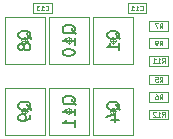
<source format=gbr>
%TF.GenerationSoftware,KiCad,Pcbnew,7.0.2-6a45011f42~172~ubuntu22.04.1*%
%TF.CreationDate,2023-05-29T23:07:21+12:00*%
%TF.ProjectId,THE_BRAWN-20A_POWER,5448455f-4252-4415-974e-2d3230415f50,v2.0*%
%TF.SameCoordinates,Original*%
%TF.FileFunction,AssemblyDrawing,Bot*%
%FSLAX46Y46*%
G04 Gerber Fmt 4.6, Leading zero omitted, Abs format (unit mm)*
G04 Created by KiCad (PCBNEW 7.0.2-6a45011f42~172~ubuntu22.04.1) date 2023-05-29 23:07:21*
%MOMM*%
%LPD*%
G01*
G04 APERTURE LIST*
%ADD10C,0.060000*%
%ADD11C,0.150000*%
%ADD12C,0.100000*%
G04 APERTURE END LIST*
D10*
%TO.C,R7*%
X151416666Y-155185047D02*
X151549999Y-154994571D01*
X151645237Y-155185047D02*
X151645237Y-154785047D01*
X151645237Y-154785047D02*
X151492856Y-154785047D01*
X151492856Y-154785047D02*
X151454761Y-154804095D01*
X151454761Y-154804095D02*
X151435714Y-154823142D01*
X151435714Y-154823142D02*
X151416666Y-154861238D01*
X151416666Y-154861238D02*
X151416666Y-154918380D01*
X151416666Y-154918380D02*
X151435714Y-154956476D01*
X151435714Y-154956476D02*
X151454761Y-154975523D01*
X151454761Y-154975523D02*
X151492856Y-154994571D01*
X151492856Y-154994571D02*
X151645237Y-154994571D01*
X151283333Y-154785047D02*
X151016666Y-154785047D01*
X151016666Y-154785047D02*
X151188095Y-155185047D01*
%TO.C,R12*%
X151607142Y-162685047D02*
X151740475Y-162494571D01*
X151835713Y-162685047D02*
X151835713Y-162285047D01*
X151835713Y-162285047D02*
X151683332Y-162285047D01*
X151683332Y-162285047D02*
X151645237Y-162304095D01*
X151645237Y-162304095D02*
X151626190Y-162323142D01*
X151626190Y-162323142D02*
X151607142Y-162361238D01*
X151607142Y-162361238D02*
X151607142Y-162418380D01*
X151607142Y-162418380D02*
X151626190Y-162456476D01*
X151626190Y-162456476D02*
X151645237Y-162475523D01*
X151645237Y-162475523D02*
X151683332Y-162494571D01*
X151683332Y-162494571D02*
X151835713Y-162494571D01*
X151226190Y-162685047D02*
X151454761Y-162685047D01*
X151340475Y-162685047D02*
X151340475Y-162285047D01*
X151340475Y-162285047D02*
X151378571Y-162342190D01*
X151378571Y-162342190D02*
X151416666Y-162380285D01*
X151416666Y-162380285D02*
X151454761Y-162399333D01*
X151073809Y-162323142D02*
X151054761Y-162304095D01*
X151054761Y-162304095D02*
X151016666Y-162285047D01*
X151016666Y-162285047D02*
X150921428Y-162285047D01*
X150921428Y-162285047D02*
X150883333Y-162304095D01*
X150883333Y-162304095D02*
X150864285Y-162323142D01*
X150864285Y-162323142D02*
X150845238Y-162361238D01*
X150845238Y-162361238D02*
X150845238Y-162399333D01*
X150845238Y-162399333D02*
X150864285Y-162456476D01*
X150864285Y-162456476D02*
X151092857Y-162685047D01*
X151092857Y-162685047D02*
X150845238Y-162685047D01*
%TO.C,R5*%
X151416666Y-159735047D02*
X151549999Y-159544571D01*
X151645237Y-159735047D02*
X151645237Y-159335047D01*
X151645237Y-159335047D02*
X151492856Y-159335047D01*
X151492856Y-159335047D02*
X151454761Y-159354095D01*
X151454761Y-159354095D02*
X151435714Y-159373142D01*
X151435714Y-159373142D02*
X151416666Y-159411238D01*
X151416666Y-159411238D02*
X151416666Y-159468380D01*
X151416666Y-159468380D02*
X151435714Y-159506476D01*
X151435714Y-159506476D02*
X151454761Y-159525523D01*
X151454761Y-159525523D02*
X151492856Y-159544571D01*
X151492856Y-159544571D02*
X151645237Y-159544571D01*
X151054761Y-159335047D02*
X151245237Y-159335047D01*
X151245237Y-159335047D02*
X151264285Y-159525523D01*
X151264285Y-159525523D02*
X151245237Y-159506476D01*
X151245237Y-159506476D02*
X151207142Y-159487428D01*
X151207142Y-159487428D02*
X151111904Y-159487428D01*
X151111904Y-159487428D02*
X151073809Y-159506476D01*
X151073809Y-159506476D02*
X151054761Y-159525523D01*
X151054761Y-159525523D02*
X151035714Y-159563619D01*
X151035714Y-159563619D02*
X151035714Y-159658857D01*
X151035714Y-159658857D02*
X151054761Y-159696952D01*
X151054761Y-159696952D02*
X151073809Y-159716000D01*
X151073809Y-159716000D02*
X151111904Y-159735047D01*
X151111904Y-159735047D02*
X151207142Y-159735047D01*
X151207142Y-159735047D02*
X151245237Y-159716000D01*
X151245237Y-159716000D02*
X151264285Y-159696952D01*
%TO.C,R9*%
X151416666Y-156660047D02*
X151549999Y-156469571D01*
X151645237Y-156660047D02*
X151645237Y-156260047D01*
X151645237Y-156260047D02*
X151492856Y-156260047D01*
X151492856Y-156260047D02*
X151454761Y-156279095D01*
X151454761Y-156279095D02*
X151435714Y-156298142D01*
X151435714Y-156298142D02*
X151416666Y-156336238D01*
X151416666Y-156336238D02*
X151416666Y-156393380D01*
X151416666Y-156393380D02*
X151435714Y-156431476D01*
X151435714Y-156431476D02*
X151454761Y-156450523D01*
X151454761Y-156450523D02*
X151492856Y-156469571D01*
X151492856Y-156469571D02*
X151645237Y-156469571D01*
X151226190Y-156660047D02*
X151149999Y-156660047D01*
X151149999Y-156660047D02*
X151111904Y-156641000D01*
X151111904Y-156641000D02*
X151092856Y-156621952D01*
X151092856Y-156621952D02*
X151054761Y-156564809D01*
X151054761Y-156564809D02*
X151035714Y-156488619D01*
X151035714Y-156488619D02*
X151035714Y-156336238D01*
X151035714Y-156336238D02*
X151054761Y-156298142D01*
X151054761Y-156298142D02*
X151073809Y-156279095D01*
X151073809Y-156279095D02*
X151111904Y-156260047D01*
X151111904Y-156260047D02*
X151188095Y-156260047D01*
X151188095Y-156260047D02*
X151226190Y-156279095D01*
X151226190Y-156279095D02*
X151245237Y-156298142D01*
X151245237Y-156298142D02*
X151264285Y-156336238D01*
X151264285Y-156336238D02*
X151264285Y-156431476D01*
X151264285Y-156431476D02*
X151245237Y-156469571D01*
X151245237Y-156469571D02*
X151226190Y-156488619D01*
X151226190Y-156488619D02*
X151188095Y-156507666D01*
X151188095Y-156507666D02*
X151111904Y-156507666D01*
X151111904Y-156507666D02*
X151073809Y-156488619D01*
X151073809Y-156488619D02*
X151054761Y-156469571D01*
X151054761Y-156469571D02*
X151035714Y-156431476D01*
%TO.C,R6*%
X151416666Y-161210047D02*
X151549999Y-161019571D01*
X151645237Y-161210047D02*
X151645237Y-160810047D01*
X151645237Y-160810047D02*
X151492856Y-160810047D01*
X151492856Y-160810047D02*
X151454761Y-160829095D01*
X151454761Y-160829095D02*
X151435714Y-160848142D01*
X151435714Y-160848142D02*
X151416666Y-160886238D01*
X151416666Y-160886238D02*
X151416666Y-160943380D01*
X151416666Y-160943380D02*
X151435714Y-160981476D01*
X151435714Y-160981476D02*
X151454761Y-161000523D01*
X151454761Y-161000523D02*
X151492856Y-161019571D01*
X151492856Y-161019571D02*
X151645237Y-161019571D01*
X151073809Y-160810047D02*
X151149999Y-160810047D01*
X151149999Y-160810047D02*
X151188095Y-160829095D01*
X151188095Y-160829095D02*
X151207142Y-160848142D01*
X151207142Y-160848142D02*
X151245237Y-160905285D01*
X151245237Y-160905285D02*
X151264285Y-160981476D01*
X151264285Y-160981476D02*
X151264285Y-161133857D01*
X151264285Y-161133857D02*
X151245237Y-161171952D01*
X151245237Y-161171952D02*
X151226190Y-161191000D01*
X151226190Y-161191000D02*
X151188095Y-161210047D01*
X151188095Y-161210047D02*
X151111904Y-161210047D01*
X151111904Y-161210047D02*
X151073809Y-161191000D01*
X151073809Y-161191000D02*
X151054761Y-161171952D01*
X151054761Y-161171952D02*
X151035714Y-161133857D01*
X151035714Y-161133857D02*
X151035714Y-161038619D01*
X151035714Y-161038619D02*
X151054761Y-161000523D01*
X151054761Y-161000523D02*
X151073809Y-160981476D01*
X151073809Y-160981476D02*
X151111904Y-160962428D01*
X151111904Y-160962428D02*
X151188095Y-160962428D01*
X151188095Y-160962428D02*
X151226190Y-160981476D01*
X151226190Y-160981476D02*
X151245237Y-161000523D01*
X151245237Y-161000523D02*
X151264285Y-161038619D01*
D11*
%TO.C,Q10*%
X144307857Y-155678571D02*
X144260238Y-155583333D01*
X144260238Y-155583333D02*
X144165000Y-155488095D01*
X144165000Y-155488095D02*
X144022142Y-155345238D01*
X144022142Y-155345238D02*
X143974523Y-155250000D01*
X143974523Y-155250000D02*
X143974523Y-155154762D01*
X144212619Y-155202381D02*
X144165000Y-155107143D01*
X144165000Y-155107143D02*
X144069761Y-155011905D01*
X144069761Y-155011905D02*
X143879285Y-154964286D01*
X143879285Y-154964286D02*
X143545952Y-154964286D01*
X143545952Y-154964286D02*
X143355476Y-155011905D01*
X143355476Y-155011905D02*
X143260238Y-155107143D01*
X143260238Y-155107143D02*
X143212619Y-155202381D01*
X143212619Y-155202381D02*
X143212619Y-155392857D01*
X143212619Y-155392857D02*
X143260238Y-155488095D01*
X143260238Y-155488095D02*
X143355476Y-155583333D01*
X143355476Y-155583333D02*
X143545952Y-155630952D01*
X143545952Y-155630952D02*
X143879285Y-155630952D01*
X143879285Y-155630952D02*
X144069761Y-155583333D01*
X144069761Y-155583333D02*
X144165000Y-155488095D01*
X144165000Y-155488095D02*
X144212619Y-155392857D01*
X144212619Y-155392857D02*
X144212619Y-155202381D01*
X144212619Y-156583333D02*
X144212619Y-156011905D01*
X144212619Y-156297619D02*
X143212619Y-156297619D01*
X143212619Y-156297619D02*
X143355476Y-156202381D01*
X143355476Y-156202381D02*
X143450714Y-156107143D01*
X143450714Y-156107143D02*
X143498333Y-156011905D01*
X143212619Y-157202381D02*
X143212619Y-157297619D01*
X143212619Y-157297619D02*
X143260238Y-157392857D01*
X143260238Y-157392857D02*
X143307857Y-157440476D01*
X143307857Y-157440476D02*
X143403095Y-157488095D01*
X143403095Y-157488095D02*
X143593571Y-157535714D01*
X143593571Y-157535714D02*
X143831666Y-157535714D01*
X143831666Y-157535714D02*
X144022142Y-157488095D01*
X144022142Y-157488095D02*
X144117380Y-157440476D01*
X144117380Y-157440476D02*
X144165000Y-157392857D01*
X144165000Y-157392857D02*
X144212619Y-157297619D01*
X144212619Y-157297619D02*
X144212619Y-157202381D01*
X144212619Y-157202381D02*
X144165000Y-157107143D01*
X144165000Y-157107143D02*
X144117380Y-157059524D01*
X144117380Y-157059524D02*
X144022142Y-157011905D01*
X144022142Y-157011905D02*
X143831666Y-156964286D01*
X143831666Y-156964286D02*
X143593571Y-156964286D01*
X143593571Y-156964286D02*
X143403095Y-157011905D01*
X143403095Y-157011905D02*
X143307857Y-157059524D01*
X143307857Y-157059524D02*
X143260238Y-157107143D01*
X143260238Y-157107143D02*
X143212619Y-157202381D01*
%TO.C,Q8*%
X140557857Y-156154761D02*
X140510238Y-156059523D01*
X140510238Y-156059523D02*
X140415000Y-155964285D01*
X140415000Y-155964285D02*
X140272142Y-155821428D01*
X140272142Y-155821428D02*
X140224523Y-155726190D01*
X140224523Y-155726190D02*
X140224523Y-155630952D01*
X140462619Y-155678571D02*
X140415000Y-155583333D01*
X140415000Y-155583333D02*
X140319761Y-155488095D01*
X140319761Y-155488095D02*
X140129285Y-155440476D01*
X140129285Y-155440476D02*
X139795952Y-155440476D01*
X139795952Y-155440476D02*
X139605476Y-155488095D01*
X139605476Y-155488095D02*
X139510238Y-155583333D01*
X139510238Y-155583333D02*
X139462619Y-155678571D01*
X139462619Y-155678571D02*
X139462619Y-155869047D01*
X139462619Y-155869047D02*
X139510238Y-155964285D01*
X139510238Y-155964285D02*
X139605476Y-156059523D01*
X139605476Y-156059523D02*
X139795952Y-156107142D01*
X139795952Y-156107142D02*
X140129285Y-156107142D01*
X140129285Y-156107142D02*
X140319761Y-156059523D01*
X140319761Y-156059523D02*
X140415000Y-155964285D01*
X140415000Y-155964285D02*
X140462619Y-155869047D01*
X140462619Y-155869047D02*
X140462619Y-155678571D01*
X139891190Y-156678571D02*
X139843571Y-156583333D01*
X139843571Y-156583333D02*
X139795952Y-156535714D01*
X139795952Y-156535714D02*
X139700714Y-156488095D01*
X139700714Y-156488095D02*
X139653095Y-156488095D01*
X139653095Y-156488095D02*
X139557857Y-156535714D01*
X139557857Y-156535714D02*
X139510238Y-156583333D01*
X139510238Y-156583333D02*
X139462619Y-156678571D01*
X139462619Y-156678571D02*
X139462619Y-156869047D01*
X139462619Y-156869047D02*
X139510238Y-156964285D01*
X139510238Y-156964285D02*
X139557857Y-157011904D01*
X139557857Y-157011904D02*
X139653095Y-157059523D01*
X139653095Y-157059523D02*
X139700714Y-157059523D01*
X139700714Y-157059523D02*
X139795952Y-157011904D01*
X139795952Y-157011904D02*
X139843571Y-156964285D01*
X139843571Y-156964285D02*
X139891190Y-156869047D01*
X139891190Y-156869047D02*
X139891190Y-156678571D01*
X139891190Y-156678571D02*
X139938809Y-156583333D01*
X139938809Y-156583333D02*
X139986428Y-156535714D01*
X139986428Y-156535714D02*
X140081666Y-156488095D01*
X140081666Y-156488095D02*
X140272142Y-156488095D01*
X140272142Y-156488095D02*
X140367380Y-156535714D01*
X140367380Y-156535714D02*
X140415000Y-156583333D01*
X140415000Y-156583333D02*
X140462619Y-156678571D01*
X140462619Y-156678571D02*
X140462619Y-156869047D01*
X140462619Y-156869047D02*
X140415000Y-156964285D01*
X140415000Y-156964285D02*
X140367380Y-157011904D01*
X140367380Y-157011904D02*
X140272142Y-157059523D01*
X140272142Y-157059523D02*
X140081666Y-157059523D01*
X140081666Y-157059523D02*
X139986428Y-157011904D01*
X139986428Y-157011904D02*
X139938809Y-156964285D01*
X139938809Y-156964285D02*
X139891190Y-156869047D01*
D10*
%TO.C,R11*%
X151607142Y-158135047D02*
X151740475Y-157944571D01*
X151835713Y-158135047D02*
X151835713Y-157735047D01*
X151835713Y-157735047D02*
X151683332Y-157735047D01*
X151683332Y-157735047D02*
X151645237Y-157754095D01*
X151645237Y-157754095D02*
X151626190Y-157773142D01*
X151626190Y-157773142D02*
X151607142Y-157811238D01*
X151607142Y-157811238D02*
X151607142Y-157868380D01*
X151607142Y-157868380D02*
X151626190Y-157906476D01*
X151626190Y-157906476D02*
X151645237Y-157925523D01*
X151645237Y-157925523D02*
X151683332Y-157944571D01*
X151683332Y-157944571D02*
X151835713Y-157944571D01*
X151226190Y-158135047D02*
X151454761Y-158135047D01*
X151340475Y-158135047D02*
X151340475Y-157735047D01*
X151340475Y-157735047D02*
X151378571Y-157792190D01*
X151378571Y-157792190D02*
X151416666Y-157830285D01*
X151416666Y-157830285D02*
X151454761Y-157849333D01*
X150845238Y-158135047D02*
X151073809Y-158135047D01*
X150959523Y-158135047D02*
X150959523Y-157735047D01*
X150959523Y-157735047D02*
X150997619Y-157792190D01*
X150997619Y-157792190D02*
X151035714Y-157830285D01*
X151035714Y-157830285D02*
X151073809Y-157849333D01*
%TO.C,C11*%
X149757142Y-153646952D02*
X149776190Y-153666000D01*
X149776190Y-153666000D02*
X149833332Y-153685047D01*
X149833332Y-153685047D02*
X149871428Y-153685047D01*
X149871428Y-153685047D02*
X149928571Y-153666000D01*
X149928571Y-153666000D02*
X149966666Y-153627904D01*
X149966666Y-153627904D02*
X149985713Y-153589809D01*
X149985713Y-153589809D02*
X150004761Y-153513619D01*
X150004761Y-153513619D02*
X150004761Y-153456476D01*
X150004761Y-153456476D02*
X149985713Y-153380285D01*
X149985713Y-153380285D02*
X149966666Y-153342190D01*
X149966666Y-153342190D02*
X149928571Y-153304095D01*
X149928571Y-153304095D02*
X149871428Y-153285047D01*
X149871428Y-153285047D02*
X149833332Y-153285047D01*
X149833332Y-153285047D02*
X149776190Y-153304095D01*
X149776190Y-153304095D02*
X149757142Y-153323142D01*
X149376190Y-153685047D02*
X149604761Y-153685047D01*
X149490475Y-153685047D02*
X149490475Y-153285047D01*
X149490475Y-153285047D02*
X149528571Y-153342190D01*
X149528571Y-153342190D02*
X149566666Y-153380285D01*
X149566666Y-153380285D02*
X149604761Y-153399333D01*
X148995238Y-153685047D02*
X149223809Y-153685047D01*
X149109523Y-153685047D02*
X149109523Y-153285047D01*
X149109523Y-153285047D02*
X149147619Y-153342190D01*
X149147619Y-153342190D02*
X149185714Y-153380285D01*
X149185714Y-153380285D02*
X149223809Y-153399333D01*
D11*
%TO.C,Q9*%
X140557857Y-162154761D02*
X140510238Y-162059523D01*
X140510238Y-162059523D02*
X140415000Y-161964285D01*
X140415000Y-161964285D02*
X140272142Y-161821428D01*
X140272142Y-161821428D02*
X140224523Y-161726190D01*
X140224523Y-161726190D02*
X140224523Y-161630952D01*
X140462619Y-161678571D02*
X140415000Y-161583333D01*
X140415000Y-161583333D02*
X140319761Y-161488095D01*
X140319761Y-161488095D02*
X140129285Y-161440476D01*
X140129285Y-161440476D02*
X139795952Y-161440476D01*
X139795952Y-161440476D02*
X139605476Y-161488095D01*
X139605476Y-161488095D02*
X139510238Y-161583333D01*
X139510238Y-161583333D02*
X139462619Y-161678571D01*
X139462619Y-161678571D02*
X139462619Y-161869047D01*
X139462619Y-161869047D02*
X139510238Y-161964285D01*
X139510238Y-161964285D02*
X139605476Y-162059523D01*
X139605476Y-162059523D02*
X139795952Y-162107142D01*
X139795952Y-162107142D02*
X140129285Y-162107142D01*
X140129285Y-162107142D02*
X140319761Y-162059523D01*
X140319761Y-162059523D02*
X140415000Y-161964285D01*
X140415000Y-161964285D02*
X140462619Y-161869047D01*
X140462619Y-161869047D02*
X140462619Y-161678571D01*
X140462619Y-162583333D02*
X140462619Y-162773809D01*
X140462619Y-162773809D02*
X140415000Y-162869047D01*
X140415000Y-162869047D02*
X140367380Y-162916666D01*
X140367380Y-162916666D02*
X140224523Y-163011904D01*
X140224523Y-163011904D02*
X140034047Y-163059523D01*
X140034047Y-163059523D02*
X139653095Y-163059523D01*
X139653095Y-163059523D02*
X139557857Y-163011904D01*
X139557857Y-163011904D02*
X139510238Y-162964285D01*
X139510238Y-162964285D02*
X139462619Y-162869047D01*
X139462619Y-162869047D02*
X139462619Y-162678571D01*
X139462619Y-162678571D02*
X139510238Y-162583333D01*
X139510238Y-162583333D02*
X139557857Y-162535714D01*
X139557857Y-162535714D02*
X139653095Y-162488095D01*
X139653095Y-162488095D02*
X139891190Y-162488095D01*
X139891190Y-162488095D02*
X139986428Y-162535714D01*
X139986428Y-162535714D02*
X140034047Y-162583333D01*
X140034047Y-162583333D02*
X140081666Y-162678571D01*
X140081666Y-162678571D02*
X140081666Y-162869047D01*
X140081666Y-162869047D02*
X140034047Y-162964285D01*
X140034047Y-162964285D02*
X139986428Y-163011904D01*
X139986428Y-163011904D02*
X139891190Y-163059523D01*
%TO.C,Q1*%
X148057857Y-156154761D02*
X148010238Y-156059523D01*
X148010238Y-156059523D02*
X147915000Y-155964285D01*
X147915000Y-155964285D02*
X147772142Y-155821428D01*
X147772142Y-155821428D02*
X147724523Y-155726190D01*
X147724523Y-155726190D02*
X147724523Y-155630952D01*
X147962619Y-155678571D02*
X147915000Y-155583333D01*
X147915000Y-155583333D02*
X147819761Y-155488095D01*
X147819761Y-155488095D02*
X147629285Y-155440476D01*
X147629285Y-155440476D02*
X147295952Y-155440476D01*
X147295952Y-155440476D02*
X147105476Y-155488095D01*
X147105476Y-155488095D02*
X147010238Y-155583333D01*
X147010238Y-155583333D02*
X146962619Y-155678571D01*
X146962619Y-155678571D02*
X146962619Y-155869047D01*
X146962619Y-155869047D02*
X147010238Y-155964285D01*
X147010238Y-155964285D02*
X147105476Y-156059523D01*
X147105476Y-156059523D02*
X147295952Y-156107142D01*
X147295952Y-156107142D02*
X147629285Y-156107142D01*
X147629285Y-156107142D02*
X147819761Y-156059523D01*
X147819761Y-156059523D02*
X147915000Y-155964285D01*
X147915000Y-155964285D02*
X147962619Y-155869047D01*
X147962619Y-155869047D02*
X147962619Y-155678571D01*
X147962619Y-157059523D02*
X147962619Y-156488095D01*
X147962619Y-156773809D02*
X146962619Y-156773809D01*
X146962619Y-156773809D02*
X147105476Y-156678571D01*
X147105476Y-156678571D02*
X147200714Y-156583333D01*
X147200714Y-156583333D02*
X147248333Y-156488095D01*
%TO.C,Q11*%
X144307857Y-161678571D02*
X144260238Y-161583333D01*
X144260238Y-161583333D02*
X144165000Y-161488095D01*
X144165000Y-161488095D02*
X144022142Y-161345238D01*
X144022142Y-161345238D02*
X143974523Y-161250000D01*
X143974523Y-161250000D02*
X143974523Y-161154762D01*
X144212619Y-161202381D02*
X144165000Y-161107143D01*
X144165000Y-161107143D02*
X144069761Y-161011905D01*
X144069761Y-161011905D02*
X143879285Y-160964286D01*
X143879285Y-160964286D02*
X143545952Y-160964286D01*
X143545952Y-160964286D02*
X143355476Y-161011905D01*
X143355476Y-161011905D02*
X143260238Y-161107143D01*
X143260238Y-161107143D02*
X143212619Y-161202381D01*
X143212619Y-161202381D02*
X143212619Y-161392857D01*
X143212619Y-161392857D02*
X143260238Y-161488095D01*
X143260238Y-161488095D02*
X143355476Y-161583333D01*
X143355476Y-161583333D02*
X143545952Y-161630952D01*
X143545952Y-161630952D02*
X143879285Y-161630952D01*
X143879285Y-161630952D02*
X144069761Y-161583333D01*
X144069761Y-161583333D02*
X144165000Y-161488095D01*
X144165000Y-161488095D02*
X144212619Y-161392857D01*
X144212619Y-161392857D02*
X144212619Y-161202381D01*
X144212619Y-162583333D02*
X144212619Y-162011905D01*
X144212619Y-162297619D02*
X143212619Y-162297619D01*
X143212619Y-162297619D02*
X143355476Y-162202381D01*
X143355476Y-162202381D02*
X143450714Y-162107143D01*
X143450714Y-162107143D02*
X143498333Y-162011905D01*
X144212619Y-163535714D02*
X144212619Y-162964286D01*
X144212619Y-163250000D02*
X143212619Y-163250000D01*
X143212619Y-163250000D02*
X143355476Y-163154762D01*
X143355476Y-163154762D02*
X143450714Y-163059524D01*
X143450714Y-163059524D02*
X143498333Y-162964286D01*
D10*
%TO.C,C13*%
X141757142Y-153646952D02*
X141776190Y-153666000D01*
X141776190Y-153666000D02*
X141833332Y-153685047D01*
X141833332Y-153685047D02*
X141871428Y-153685047D01*
X141871428Y-153685047D02*
X141928571Y-153666000D01*
X141928571Y-153666000D02*
X141966666Y-153627904D01*
X141966666Y-153627904D02*
X141985713Y-153589809D01*
X141985713Y-153589809D02*
X142004761Y-153513619D01*
X142004761Y-153513619D02*
X142004761Y-153456476D01*
X142004761Y-153456476D02*
X141985713Y-153380285D01*
X141985713Y-153380285D02*
X141966666Y-153342190D01*
X141966666Y-153342190D02*
X141928571Y-153304095D01*
X141928571Y-153304095D02*
X141871428Y-153285047D01*
X141871428Y-153285047D02*
X141833332Y-153285047D01*
X141833332Y-153285047D02*
X141776190Y-153304095D01*
X141776190Y-153304095D02*
X141757142Y-153323142D01*
X141376190Y-153685047D02*
X141604761Y-153685047D01*
X141490475Y-153685047D02*
X141490475Y-153285047D01*
X141490475Y-153285047D02*
X141528571Y-153342190D01*
X141528571Y-153342190D02*
X141566666Y-153380285D01*
X141566666Y-153380285D02*
X141604761Y-153399333D01*
X141242857Y-153285047D02*
X140995238Y-153285047D01*
X140995238Y-153285047D02*
X141128571Y-153437428D01*
X141128571Y-153437428D02*
X141071428Y-153437428D01*
X141071428Y-153437428D02*
X141033333Y-153456476D01*
X141033333Y-153456476D02*
X141014285Y-153475523D01*
X141014285Y-153475523D02*
X140995238Y-153513619D01*
X140995238Y-153513619D02*
X140995238Y-153608857D01*
X140995238Y-153608857D02*
X141014285Y-153646952D01*
X141014285Y-153646952D02*
X141033333Y-153666000D01*
X141033333Y-153666000D02*
X141071428Y-153685047D01*
X141071428Y-153685047D02*
X141185714Y-153685047D01*
X141185714Y-153685047D02*
X141223809Y-153666000D01*
X141223809Y-153666000D02*
X141242857Y-153646952D01*
D11*
%TO.C,Q4*%
X148057857Y-162154761D02*
X148010238Y-162059523D01*
X148010238Y-162059523D02*
X147915000Y-161964285D01*
X147915000Y-161964285D02*
X147772142Y-161821428D01*
X147772142Y-161821428D02*
X147724523Y-161726190D01*
X147724523Y-161726190D02*
X147724523Y-161630952D01*
X147962619Y-161678571D02*
X147915000Y-161583333D01*
X147915000Y-161583333D02*
X147819761Y-161488095D01*
X147819761Y-161488095D02*
X147629285Y-161440476D01*
X147629285Y-161440476D02*
X147295952Y-161440476D01*
X147295952Y-161440476D02*
X147105476Y-161488095D01*
X147105476Y-161488095D02*
X147010238Y-161583333D01*
X147010238Y-161583333D02*
X146962619Y-161678571D01*
X146962619Y-161678571D02*
X146962619Y-161869047D01*
X146962619Y-161869047D02*
X147010238Y-161964285D01*
X147010238Y-161964285D02*
X147105476Y-162059523D01*
X147105476Y-162059523D02*
X147295952Y-162107142D01*
X147295952Y-162107142D02*
X147629285Y-162107142D01*
X147629285Y-162107142D02*
X147819761Y-162059523D01*
X147819761Y-162059523D02*
X147915000Y-161964285D01*
X147915000Y-161964285D02*
X147962619Y-161869047D01*
X147962619Y-161869047D02*
X147962619Y-161678571D01*
X147295952Y-162964285D02*
X147962619Y-162964285D01*
X146915000Y-162726190D02*
X147629285Y-162488095D01*
X147629285Y-162488095D02*
X147629285Y-163107142D01*
D12*
%TO.C,R7*%
X152150000Y-155412500D02*
X152150000Y-154587500D01*
X152150000Y-154587500D02*
X150550000Y-154587500D01*
X150550000Y-155412500D02*
X152150000Y-155412500D01*
X150550000Y-154587500D02*
X150550000Y-155412500D01*
%TO.C,R12*%
X150550000Y-162087500D02*
X150550000Y-162912500D01*
X150550000Y-162912500D02*
X152150000Y-162912500D01*
X152150000Y-162087500D02*
X150550000Y-162087500D01*
X152150000Y-162912500D02*
X152150000Y-162087500D01*
%TO.C,R5*%
X152150000Y-159962500D02*
X152150000Y-159137500D01*
X152150000Y-159137500D02*
X150550000Y-159137500D01*
X150550000Y-159962500D02*
X152150000Y-159962500D01*
X150550000Y-159137500D02*
X150550000Y-159962500D01*
%TO.C,R9*%
X152150000Y-156887500D02*
X152150000Y-156062500D01*
X152150000Y-156062500D02*
X150550000Y-156062500D01*
X150550000Y-156887500D02*
X152150000Y-156887500D01*
X150550000Y-156062500D02*
X150550000Y-156887500D01*
%TO.C,R6*%
X150550000Y-160612500D02*
X150550000Y-161437500D01*
X150550000Y-161437500D02*
X152150000Y-161437500D01*
X152150000Y-160612500D02*
X150550000Y-160612500D01*
X152150000Y-161437500D02*
X152150000Y-160612500D01*
%TO.C,Q10*%
X145450000Y-158250000D02*
X142050000Y-158250000D01*
X145450000Y-158250000D02*
X145450000Y-154250000D01*
X143500000Y-156250000D02*
X144000000Y-156250000D01*
X143750000Y-156000000D02*
X143750000Y-156500000D01*
X142050000Y-154250000D02*
X142050000Y-158250000D01*
X145450000Y-154250000D02*
X142050000Y-154250000D01*
X144000000Y-156250000D02*
G75*
G03*
X144000000Y-156250000I-250000J0D01*
G01*
%TO.C,Q8*%
X141700000Y-158250000D02*
X138300000Y-158250000D01*
X141700000Y-158250000D02*
X141700000Y-154250000D01*
X139750000Y-156250000D02*
X140250000Y-156250000D01*
X140000000Y-156000000D02*
X140000000Y-156500000D01*
X138300000Y-154250000D02*
X138300000Y-158250000D01*
X141700000Y-154250000D02*
X138300000Y-154250000D01*
X140250000Y-156250000D02*
G75*
G03*
X140250000Y-156250000I-250000J0D01*
G01*
%TO.C,R11*%
X152150000Y-158362500D02*
X152150000Y-157537500D01*
X152150000Y-157537500D02*
X150550000Y-157537500D01*
X150550000Y-158362500D02*
X152150000Y-158362500D01*
X150550000Y-157537500D02*
X150550000Y-158362500D01*
%TO.C,C11*%
X148700000Y-153100000D02*
X148700000Y-153900000D01*
X148700000Y-153900000D02*
X150300000Y-153900000D01*
X150300000Y-153100000D02*
X148700000Y-153100000D01*
X150300000Y-153900000D02*
X150300000Y-153100000D01*
%TO.C,Q9*%
X141700000Y-164250000D02*
X138300000Y-164250000D01*
X141700000Y-164250000D02*
X141700000Y-160250000D01*
X139750000Y-162250000D02*
X140250000Y-162250000D01*
X140000000Y-162000000D02*
X140000000Y-162500000D01*
X138300000Y-160250000D02*
X138300000Y-164250000D01*
X141700000Y-160250000D02*
X138300000Y-160250000D01*
X140250000Y-162250000D02*
G75*
G03*
X140250000Y-162250000I-250000J0D01*
G01*
%TO.C,Q1*%
X149200000Y-158250000D02*
X145800000Y-158250000D01*
X149200000Y-158250000D02*
X149200000Y-154250000D01*
X147250000Y-156250000D02*
X147750000Y-156250000D01*
X147500000Y-156000000D02*
X147500000Y-156500000D01*
X145800000Y-154250000D02*
X145800000Y-158250000D01*
X149200000Y-154250000D02*
X145800000Y-154250000D01*
X147750000Y-156250000D02*
G75*
G03*
X147750000Y-156250000I-250000J0D01*
G01*
%TO.C,Q11*%
X145450000Y-164250000D02*
X142050000Y-164250000D01*
X145450000Y-164250000D02*
X145450000Y-160250000D01*
X143500000Y-162250000D02*
X144000000Y-162250000D01*
X143750000Y-162000000D02*
X143750000Y-162500000D01*
X142050000Y-160250000D02*
X142050000Y-164250000D01*
X145450000Y-160250000D02*
X142050000Y-160250000D01*
X144000000Y-162250000D02*
G75*
G03*
X144000000Y-162250000I-250000J0D01*
G01*
%TO.C,C13*%
X140700000Y-153100000D02*
X140700000Y-153900000D01*
X140700000Y-153900000D02*
X142300000Y-153900000D01*
X142300000Y-153100000D02*
X140700000Y-153100000D01*
X142300000Y-153900000D02*
X142300000Y-153100000D01*
%TO.C,Q4*%
X149200000Y-164250000D02*
X145800000Y-164250000D01*
X149200000Y-164250000D02*
X149200000Y-160250000D01*
X147250000Y-162250000D02*
X147750000Y-162250000D01*
X147500000Y-162000000D02*
X147500000Y-162500000D01*
X145800000Y-160250000D02*
X145800000Y-164250000D01*
X149200000Y-160250000D02*
X145800000Y-160250000D01*
X147750000Y-162250000D02*
G75*
G03*
X147750000Y-162250000I-250000J0D01*
G01*
%TD*%
M02*

</source>
